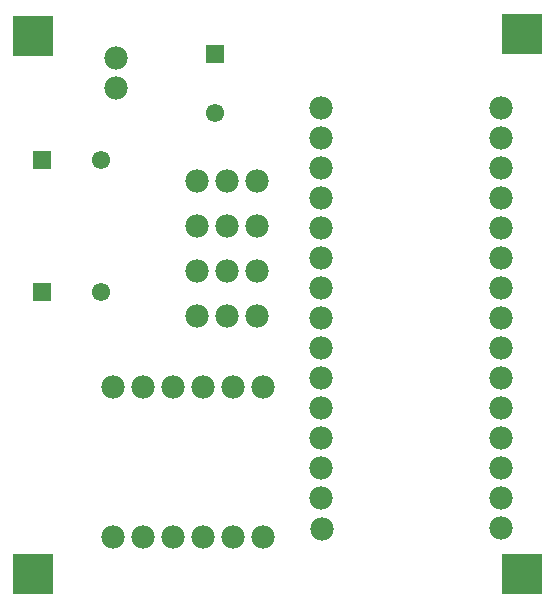
<source format=gbs>
G04*
G04 #@! TF.GenerationSoftware,Altium Limited,Altium Designer,21.8.1 (53)*
G04*
G04 Layer_Color=16711935*
%FSLAX44Y44*%
%MOMM*%
G71*
G04*
G04 #@! TF.SameCoordinates,4F22C770-9D15-417D-9D0D-A021CFFA2AF0*
G04*
G04*
G04 #@! TF.FilePolarity,Negative*
G04*
G01*
G75*
%ADD10R,3.4032X3.4032*%
%ADD11C,1.9812*%
%ADD12C,1.5532*%
%ADD13R,1.5532X1.5532*%
%ADD14R,1.5532X1.5532*%
D10*
X1182370Y575310D02*
D03*
X768350D02*
D03*
X1182370Y1032510D02*
D03*
X768350Y1031240D02*
D03*
D11*
X1012380Y613410D02*
D03*
X1012190Y970280D02*
D03*
Y944880D02*
D03*
Y919480D02*
D03*
Y894080D02*
D03*
Y868680D02*
D03*
Y843280D02*
D03*
Y817880D02*
D03*
Y792480D02*
D03*
Y767080D02*
D03*
Y741680D02*
D03*
Y716280D02*
D03*
Y690880D02*
D03*
Y665480D02*
D03*
Y640080D02*
D03*
X1164590Y614680D02*
D03*
Y970280D02*
D03*
Y944880D02*
D03*
Y919480D02*
D03*
Y894080D02*
D03*
Y868680D02*
D03*
Y843280D02*
D03*
Y817880D02*
D03*
Y792480D02*
D03*
Y767080D02*
D03*
Y741680D02*
D03*
Y716280D02*
D03*
Y690880D02*
D03*
Y665480D02*
D03*
Y640080D02*
D03*
X835660Y607060D02*
D03*
X861060D02*
D03*
X886460D02*
D03*
X911860D02*
D03*
X937260D02*
D03*
X962660D02*
D03*
X861060Y734060D02*
D03*
X886460D02*
D03*
X911860D02*
D03*
X937260D02*
D03*
X962660D02*
D03*
X835660D02*
D03*
X838200Y986790D02*
D03*
Y1012190D02*
D03*
X906780Y908050D02*
D03*
X932180D02*
D03*
X957580D02*
D03*
X906780Y831850D02*
D03*
X932180D02*
D03*
X957580D02*
D03*
X906780Y793750D02*
D03*
X932180D02*
D03*
X957580D02*
D03*
X906780Y869950D02*
D03*
X932180D02*
D03*
X957580D02*
D03*
D12*
X922020Y965600D02*
D03*
X825970Y814070D02*
D03*
X825500Y925830D02*
D03*
D13*
X922020Y1015600D02*
D03*
D14*
X775970Y814070D02*
D03*
X775500Y925830D02*
D03*
M02*

</source>
